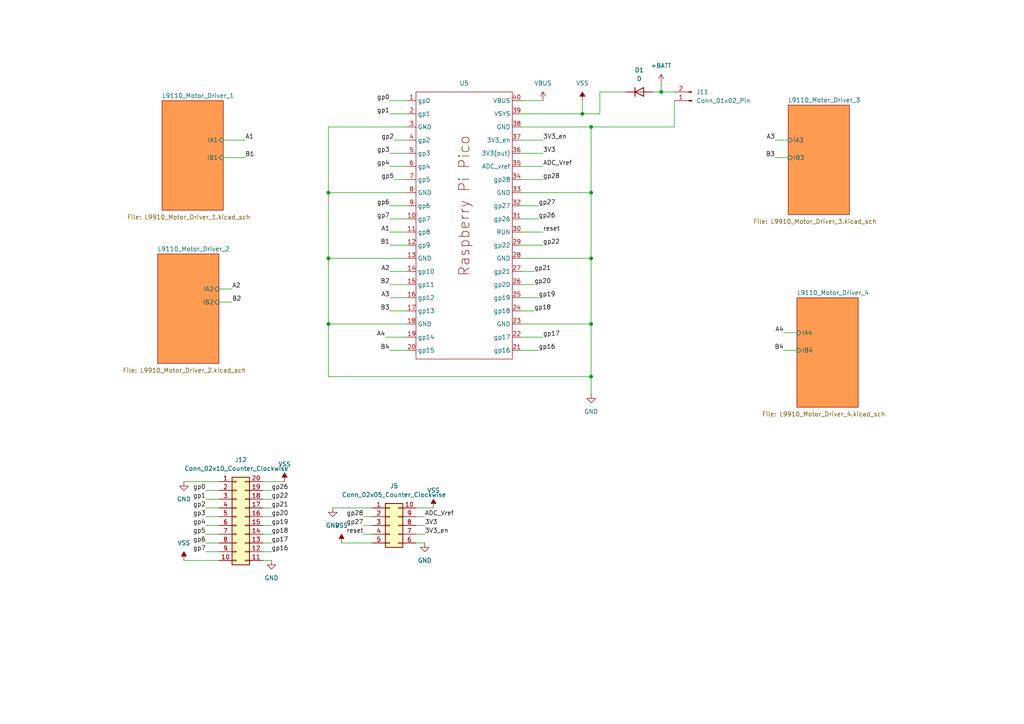
<source format=kicad_sch>
(kicad_sch (version 20230121) (generator eeschema)
  (paper "A4")
  (lib_symbols
    (symbol "CDOG_Symbols:RPI_Pico"
      (property "Reference" "U" (at -11.43 26.67 0))
      (symbol "RPI_Pico_0_1"
        (rectangle (start 13.97 -40.64) (end -13.97 36.83))
      )
      (symbol "RPI_Pico_1_1"
        (text "Raspberry Pi Pico" (at 0 3.81 900) (effects (font (size 3 3))))
        (pin input line (at -16.51 34.29 0) (length 2.54) (name "gp0") (number "1"))
        (pin input line (at -16.51 0 0) (length 2.54) (name "gp7") (number "10"))
        (pin input line (at -16.51 -3.81 0) (length 2.54) (name "gp8") (number "11"))
        (pin input line (at -16.51 -7.62 0) (length 2.54) (name "gp9") (number "12"))
        (pin input line (at -16.51 -11.43 0) (length 2.54) (name "GND") (number "13"))
        (pin input line (at -16.51 -15.24 0) (length 2.54) (name "gp10") (number "14"))
        (pin input line (at -16.51 -19.05 0) (length 2.54) (name "gp11") (number "15"))
        (pin input line (at -16.51 -22.86 0) (length 2.54) (name "gp12") (number "16"))
        (pin input line (at -16.51 -26.67 0) (length 2.54) (name "gp13") (number "17"))
        (pin input line (at -16.51 -30.48 0) (length 2.54) (name "GND") (number "18"))
        (pin input line (at -16.51 -34.29 0) (length 2.54) (name "gp14") (number "19"))
        (pin input line (at -16.51 30.48 0) (length 2.54) (name "gp1") (number "2"))
        (pin input line (at -16.51 -38.1 0) (length 2.54) (name "gp15") (number "20"))
        (pin input line (at 16.51 -38.1 180) (length 2.54) (name "gp16") (number "21"))
        (pin input line (at 16.51 -34.29 180) (length 2.54) (name "gp17") (number "22"))
        (pin input line (at 16.51 -30.48 180) (length 2.54) (name "GND") (number "23"))
        (pin input line (at 16.51 -26.67 180) (length 2.54) (name "gp18") (number "24"))
        (pin input line (at 16.51 -22.86 180) (length 2.54) (name "gp19") (number "25"))
        (pin input line (at 16.51 -19.05 180) (length 2.54) (name "gp20") (number "26"))
        (pin input line (at 16.51 -15.24 180) (length 2.54) (name "gp21") (number "27"))
        (pin input line (at 16.51 -11.43 180) (length 2.54) (name "GND") (number "28"))
        (pin input line (at 16.51 -7.62 180) (length 2.54) (name "gp22") (number "29"))
        (pin input line (at -16.51 26.67 0) (length 2.54) (name "GND") (number "3"))
        (pin input line (at 16.51 -3.81 180) (length 2.54) (name "RUN") (number "30"))
        (pin input line (at 16.51 0 180) (length 2.54) (name "gp26") (number "31"))
        (pin input line (at 16.51 3.81 180) (length 2.54) (name "gp27") (number "32"))
        (pin input line (at 16.51 7.62 180) (length 2.54) (name "GND") (number "33"))
        (pin input line (at 16.51 11.43 180) (length 2.54) (name "gp28") (number "34"))
        (pin input line (at 16.51 15.24 180) (length 2.54) (name "ADC_vref") (number "35"))
        (pin input line (at 16.51 19.05 180) (length 2.54) (name "3V3(out)") (number "36"))
        (pin input line (at 16.51 22.86 180) (length 2.54) (name "3V3_en") (number "37"))
        (pin input line (at 16.51 26.67 180) (length 2.54) (name "GND") (number "38"))
        (pin input line (at 16.51 30.48 180) (length 2.54) (name "VSYS") (number "39"))
        (pin input line (at -16.51 22.86 0) (length 2.54) (name "gp2") (number "4"))
        (pin input line (at 16.51 34.29 180) (length 2.54) (name "VBUS") (number "40"))
        (pin input line (at -16.51 19.05 0) (length 2.54) (name "gp3") (number "5"))
        (pin input line (at -16.51 15.24 0) (length 2.54) (name "gp4") (number "6"))
        (pin input line (at -16.51 11.43 0) (length 2.54) (name "gp5") (number "7"))
        (pin input line (at -16.51 7.62 0) (length 2.54) (name "GND") (number "8"))
        (pin input line (at -16.51 3.81 0) (length 2.54) (name "gp6") (number "9"))
      )
    )
    (symbol "Connector:Conn_01x02_Pin" (pin_names (offset 1.016) hide)
      (property "Reference" "J" (at 0 2.54 0))
      (property "Value" "Conn_01x02_Pin" (at 0 -5.08 0))
      (symbol "Conn_01x02_Pin_1_1"
        (polyline (pts (xy 1.27 -2.54) (xy 0.8636 -2.54)) (stroke (width 0.1524)))
        (polyline (pts (xy 1.27 0) (xy 0.8636 0)) (stroke (width 0.1524)))
        (rectangle (start 0.8636 -2.413) (end 0 -2.667) (stroke (width 0.1524)) (fill (type outline)))
        (rectangle (start 0.8636 0.127) (end 0 -0.127) (stroke (width 0.1524)) (fill (type outline)))
        (pin passive line (at 5.08 0 180) (length 3.81) (name "Pin_1") (number "1"))
        (pin passive line (at 5.08 -2.54 180) (length 3.81) (name "Pin_2") (number "2"))
      )
    )
    (symbol "Connector_Generic:Conn_02x05_Counter_Clockwise" (pin_names (offset 1.016) hide)
      (property "Reference" "J" (at 1.27 7.62 0))
      (property "Value" "Conn_02x05_Counter_Clockwise" (at 1.27 -7.62 0))
      (symbol "Conn_02x05_Counter_Clockwise_1_1"
        (rectangle (start -1.27 -4.953) (end 0 -5.207) (stroke (width 0.1524)))
        (rectangle (start -1.27 -2.413) (end 0 -2.667) (stroke (width 0.1524)))
        (rectangle (start -1.27 0.127) (end 0 -0.127) (stroke (width 0.1524)))
        (rectangle (start -1.27 2.667) (end 0 2.413) (stroke (width 0.1524)))
        (rectangle (start -1.27 5.207) (end 0 4.953) (stroke (width 0.1524)))
        (rectangle (start -1.27 6.35) (end 3.81 -6.35) (stroke (width 0.254)) (fill (type background)))
        (rectangle (start 3.81 -4.953) (end 2.54 -5.207) (stroke (width 0.1524)))
        (rectangle (start 3.81 -2.413) (end 2.54 -2.667) (stroke (width 0.1524)))
        (rectangle (start 3.81 0.127) (end 2.54 -0.127) (stroke (width 0.1524)))
        (rectangle (start 3.81 2.667) (end 2.54 2.413) (stroke (width 0.1524)))
        (rectangle (start 3.81 5.207) (end 2.54 4.953) (stroke (width 0.1524)))
        (pin passive line (at -5.08 5.08 0) (length 3.81) (name "Pin_1") (number "1"))
        (pin passive line (at 7.62 5.08 180) (length 3.81) (name "Pin_10") (number "10"))
        (pin passive line (at -5.08 2.54 0) (length 3.81) (name "Pin_2") (number "2"))
        (pin passive line (at -5.08 0 0) (length 3.81) (name "Pin_3") (number "3"))
        (pin passive line (at -5.08 -2.54 0) (length 3.81) (name "Pin_4") (number "4"))
        (pin passive line (at -5.08 -5.08 0) (length 3.81) (name "Pin_5") (number "5"))
        (pin passive line (at 7.62 -5.08 180) (length 3.81) (name "Pin_6") (number "6"))
        (pin passive line (at 7.62 -2.54 180) (length 3.81) (name "Pin_7") (number "7"))
        (pin passive line (at 7.62 0 180) (length 3.81) (name "Pin_8") (number "8"))
        (pin passive line (at 7.62 2.54 180) (length 3.81) (name "Pin_9") (number "9"))
      )
    )
    (symbol "Connector_Generic:Conn_02x10_Counter_Clockwise" (pin_names (offset 1.016) hide)
      (property "Reference" "J" (at 1.27 12.7 0))
      (property "Value" "Conn_02x10_Counter_Clockwise" (at 1.27 -15.24 0))
      (symbol "Conn_02x10_Counter_Clockwise_1_1"
        (rectangle (start -1.27 -12.573) (end 0 -12.827) (stroke (width 0.1524)))
        (rectangle (start -1.27 -10.033) (end 0 -10.287) (stroke (width 0.1524)))
        (rectangle (start -1.27 -7.493) (end 0 -7.747) (stroke (width 0.1524)))
        (rectangle (start -1.27 -4.953) (end 0 -5.207) (stroke (width 0.1524)))
        (rectangle (start -1.27 -2.413) (end 0 -2.667) (stroke (width 0.1524)))
        (rectangle (start -1.27 0.127) (end 0 -0.127) (stroke (width 0.1524)))
        (rectangle (start -1.27 2.667) (end 0 2.413) (stroke (width 0.1524)))
        (rectangle (start -1.27 5.207) (end 0 4.953) (stroke (width 0.1524)))
        (rectangle (start -1.27 7.747) (end 0 7.493) (stroke (width 0.1524)))
        (rectangle (start -1.27 10.287) (end 0 10.033) (stroke (width 0.1524)))
        (rectangle (start -1.27 11.43) (end 3.81 -13.97) (stroke (width 0.254)) (fill (type background)))
        (rectangle (start 3.81 -12.573) (end 2.54 -12.827) (stroke (width 0.1524)))
        (rectangle (start 3.81 -10.033) (end 2.54 -10.287) (stroke (width 0.1524)))
        (rectangle (start 3.81 -7.493) (end 2.54 -7.747) (stroke (width 0.1524)))
        (rectangle (start 3.81 -4.953) (end 2.54 -5.207) (stroke (width 0.1524)))
        (rectangle (start 3.81 -2.413) (end 2.54 -2.667) (stroke (width 0.1524)))
        (rectangle (start 3.81 0.127) (end 2.54 -0.127) (stroke (width 0.1524)))
        (rectangle (start 3.81 2.667) (end 2.54 2.413) (stroke (width 0.1524)))
        (rectangle (start 3.81 5.207) (end 2.54 4.953) (stroke (width 0.1524)))
        (rectangle (start 3.81 7.747) (end 2.54 7.493) (stroke (width 0.1524)))
        (rectangle (start 3.81 10.287) (end 2.54 10.033) (stroke (width 0.1524)))
        (pin passive line (at -5.08 10.16 0) (length 3.81) (name "Pin_1") (number "1"))
        (pin passive line (at -5.08 -12.7 0) (length 3.81) (name "Pin_10") (number "10"))
        (pin passive line (at 7.62 -12.7 180) (length 3.81) (name "Pin_11") (number "11"))
        (pin passive line (at 7.62 -10.16 180) (length 3.81) (name "Pin_12") (number "12"))
        (pin passive line (at 7.62 -7.62 180) (length 3.81) (name "Pin_13") (number "13"))
        (pin passive line (at 7.62 -5.08 180) (length 3.81) (name "Pin_14") (number "14"))
        (pin passive line (at 7.62 -2.54 180) (length 3.81) (name "Pin_15") (number "15"))
        (pin passive line (at 7.62 0 180) (length 3.81) (name "Pin_16") (number "16"))
        (pin passive line (at 7.62 2.54 180) (length 3.81) (name "Pin_17") (number "17"))
        (pin passive line (at 7.62 5.08 180) (length 3.81) (name "Pin_18") (number "18"))
        (pin passive line (at 7.62 7.62 180) (length 3.81) (name "Pin_19") (number "19"))
        (pin passive line (at -5.08 7.62 0) (length 3.81) (name "Pin_2") (number "2"))
        (pin passive line (at 7.62 10.16 180) (length 3.81) (name "Pin_20") (number "20"))
        (pin passive line (at -5.08 5.08 0) (length 3.81) (name "Pin_3") (number "3"))
        (pin passive line (at -5.08 2.54 0) (length 3.81) (name "Pin_4") (number "4"))
        (pin passive line (at -5.08 0 0) (length 3.81) (name "Pin_5") (number "5"))
        (pin passive line (at -5.08 -2.54 0) (length 3.81) (name "Pin_6") (number "6"))
        (pin passive line (at -5.08 -5.08 0) (length 3.81) (name "Pin_7") (number "7"))
        (pin passive line (at -5.08 -7.62 0) (length 3.81) (name "Pin_8") (number "8"))
        (pin passive line (at -5.08 -10.16 0) (length 3.81) (name "Pin_9") (number "9"))
      )
    )
    (symbol "Device:D" (pin_numbers hide) (pin_names (offset 1.016) hide)
      (property "Reference" "D" (at 0 2.54 0))
      (property "Value" "D" (at 0 -2.54 0))
      (symbol "D_0_1"
        (polyline (pts (xy -1.27 1.27) (xy -1.27 -1.27)) (stroke (width 0.254)))
        (polyline (pts (xy 1.27 0) (xy -1.27 0)))
        (polyline (pts (xy 1.27 1.27) (xy 1.27 -1.27) (xy -1.27 0) (xy 1.27 1.27)) (stroke (width 0.254)))
      )
      (symbol "D_1_1"
        (pin passive line (at -3.81 0 0) (length 2.54) (name "K") (number "1"))
        (pin passive line (at 3.81 0 180) (length 2.54) (name "A") (number "2"))
      )
    )
    (symbol "power:+BATT" (power) (pin_names (offset 0))
      (property "Value" "+BATT" (at 0 3.556 0))
      (symbol "+BATT_0_1"
        (polyline (pts (xy -0.762 1.27) (xy 0 2.54)))
        (polyline (pts (xy 0 0) (xy 0 2.54)))
        (polyline (pts (xy 0 2.54) (xy 0.762 1.27)))
      )
      (symbol "+BATT_1_1"
        (pin power_in line (at 0 0 90) (length 0) hide (name "+BATT") (number "1"))
      )
    )
    (symbol "power:GND" (power) (pin_names (offset 0))
      (property "Value" "GND" (at 0 -3.81 0))
      (symbol "GND_0_1"
        (polyline (pts (xy 0 0) (xy 0 -1.27) (xy 1.27 -1.27) (xy 0 -2.54) (xy -1.27 -1.27) (xy 0 -1.27)))
      )
      (symbol "GND_1_1"
        (pin power_in line (at 0 0 270) (length 0) hide (name "GND") (number "1"))
      )
    )
    (symbol "power:VBUS" (power) (pin_names (offset 0))
      (property "Value" "VBUS" (at 0 3.81 0))
      (symbol "VBUS_0_1"
        (polyline (pts (xy -0.762 1.27) (xy 0 2.54)))
        (polyline (pts (xy 0 0) (xy 0 2.54)))
        (polyline (pts (xy 0 2.54) (xy 0.762 1.27)))
      )
      (symbol "VBUS_1_1"
        (pin power_in line (at 0 0 90) (length 0) hide (name "VBUS") (number "1"))
      )
    )
    (symbol "power:VSS" (power) (pin_names (offset 0))
      (property "Value" "VSS" (at 0 3.81 0))
      (symbol "VSS_0_1"
        (polyline (pts (xy 0 0) (xy 0 2.54)))
        (polyline (pts (xy 0.762 1.27) (xy -0.762 1.27) (xy 0 2.54) (xy 0.762 1.27)) (fill (type outline)))
      )
      (symbol "VSS_1_1"
        (pin power_in line (at 0 0 90) (length 0) hide (name "VSS") (number "1"))
      )
    )
  )
  (junction (at 191.77 26.67))
  (junction (at 171.45 36.83))
  (junction (at 171.45 93.98))
  (junction (at 95.25 74.93))
  (junction (at 95.25 55.88))
  (junction (at 168.91 33.02))
  (junction (at 171.45 74.93))
  (junction (at 95.25 93.98))
  (junction (at 171.45 55.88))
  (junction (at 171.45 109.22))
  (wire (pts (xy 151.13 63.5) (xy 156.21 63.5)))
  (wire (pts (xy 191.77 24.13) (xy 191.77 26.67)))
  (wire (pts (xy 151.13 29.21) (xy 157.48 29.21)))
  (wire (pts (xy 181.61 26.67) (xy 173.99 26.67)))
  (wire (pts (xy 99.06 157.48) (xy 107.95 157.48)))
  (wire (pts (xy 113.03 71.12) (xy 118.11 71.12)))
  (wire (pts (xy 151.13 48.26) (xy 157.48 48.26)))
  (wire (pts (xy 113.03 63.5) (xy 118.11 63.5)))
  (wire (pts (xy 59.69 154.94) (xy 63.5 154.94)))
  (wire (pts (xy 227.33 101.6) (xy 231.14 101.6)))
  (wire (pts (xy 76.2 144.78) (xy 78.74 144.78)))
  (wire (pts (xy 113.03 44.45) (xy 118.11 44.45)))
  (wire (pts (xy 189.23 26.67) (xy 191.77 26.67)))
  (wire (pts (xy 76.2 142.24) (xy 78.74 142.24)))
  (wire (pts (xy 113.03 29.21) (xy 118.11 29.21)))
  (wire (pts (xy 224.79 45.72) (xy 228.6 45.72)))
  (wire (pts (xy 151.13 97.79) (xy 157.48 97.79)))
  (wire (pts (xy 111.76 97.79) (xy 118.11 97.79)))
  (wire (pts (xy 171.45 74.93) (xy 171.45 93.98)))
  (wire (pts (xy 95.25 36.83) (xy 95.25 55.88)))
  (wire (pts (xy 113.03 90.17) (xy 118.11 90.17)))
  (wire (pts (xy 113.03 48.26) (xy 118.11 48.26)))
  (wire (pts (xy 151.13 55.88) (xy 171.45 55.88)))
  (wire (pts (xy 59.69 147.32) (xy 63.5 147.32)))
  (wire (pts (xy 105.41 149.86) (xy 107.95 149.86)))
  (wire (pts (xy 113.03 82.55) (xy 118.11 82.55)))
  (wire (pts (xy 120.65 157.48) (xy 123.19 157.48)))
  (wire (pts (xy 151.13 101.6) (xy 156.21 101.6)))
  (wire (pts (xy 76.2 149.86) (xy 78.74 149.86)))
  (wire (pts (xy 171.45 55.88) (xy 171.45 74.93)))
  (wire (pts (xy 120.65 149.86) (xy 123.19 149.86)))
  (wire (pts (xy 151.13 86.36) (xy 156.21 86.36)))
  (wire (pts (xy 59.69 142.24) (xy 63.5 142.24)))
  (wire (pts (xy 76.2 157.48) (xy 78.74 157.48)))
  (wire (pts (xy 113.03 67.31) (xy 118.11 67.31)))
  (wire (pts (xy 113.03 59.69) (xy 118.11 59.69)))
  (wire (pts (xy 195.58 36.83) (xy 171.45 36.83)))
  (wire (pts (xy 120.65 154.94) (xy 123.19 154.94)))
  (wire (pts (xy 151.13 59.69) (xy 156.21 59.69)))
  (wire (pts (xy 118.11 55.88) (xy 95.25 55.88)))
  (wire (pts (xy 64.77 40.64) (xy 71.12 40.64)))
  (wire (pts (xy 76.2 147.32) (xy 78.74 147.32)))
  (wire (pts (xy 95.25 109.22) (xy 171.45 109.22)))
  (wire (pts (xy 171.45 36.83) (xy 171.45 55.88)))
  (wire (pts (xy 63.5 87.63) (xy 67.31 87.63)))
  (wire (pts (xy 113.03 86.36) (xy 118.11 86.36)))
  (wire (pts (xy 151.13 71.12) (xy 157.48 71.12)))
  (wire (pts (xy 151.13 40.64) (xy 157.48 40.64)))
  (wire (pts (xy 151.13 93.98) (xy 171.45 93.98)))
  (wire (pts (xy 171.45 36.83) (xy 151.13 36.83)))
  (wire (pts (xy 76.2 162.56) (xy 78.74 162.56)))
  (wire (pts (xy 76.2 154.94) (xy 78.74 154.94)))
  (wire (pts (xy 151.13 52.07) (xy 157.48 52.07)))
  (wire (pts (xy 114.3 52.07) (xy 118.11 52.07)))
  (wire (pts (xy 76.2 152.4) (xy 78.74 152.4)))
  (wire (pts (xy 151.13 90.17) (xy 154.94 90.17)))
  (wire (pts (xy 96.52 147.32) (xy 107.95 147.32)))
  (wire (pts (xy 171.45 93.98) (xy 171.45 109.22)))
  (wire (pts (xy 118.11 74.93) (xy 95.25 74.93)))
  (wire (pts (xy 113.03 101.6) (xy 118.11 101.6)))
  (wire (pts (xy 113.03 33.02) (xy 118.11 33.02)))
  (wire (pts (xy 113.03 78.74) (xy 118.11 78.74)))
  (wire (pts (xy 59.69 152.4) (xy 63.5 152.4)))
  (wire (pts (xy 195.58 29.21) (xy 195.58 36.83)))
  (wire (pts (xy 151.13 44.45) (xy 157.48 44.45)))
  (wire (pts (xy 64.77 45.72) (xy 71.12 45.72)))
  (wire (pts (xy 95.25 93.98) (xy 95.25 109.22)))
  (wire (pts (xy 105.41 152.4) (xy 107.95 152.4)))
  (wire (pts (xy 118.11 36.83) (xy 95.25 36.83)))
  (wire (pts (xy 76.2 160.02) (xy 78.74 160.02)))
  (wire (pts (xy 105.41 154.94) (xy 107.95 154.94)))
  (wire (pts (xy 171.45 109.22) (xy 171.45 114.3)))
  (wire (pts (xy 173.99 26.67) (xy 173.99 33.02)))
  (wire (pts (xy 53.34 139.7) (xy 63.5 139.7)))
  (wire (pts (xy 151.13 74.93) (xy 171.45 74.93)))
  (wire (pts (xy 227.33 96.52) (xy 231.14 96.52)))
  (wire (pts (xy 168.91 29.21) (xy 168.91 33.02)))
  (wire (pts (xy 63.5 83.82) (xy 67.31 83.82)))
  (wire (pts (xy 59.69 157.48) (xy 63.5 157.48)))
  (wire (pts (xy 151.13 78.74) (xy 154.94 78.74)))
  (wire (pts (xy 95.25 55.88) (xy 95.25 74.93)))
  (wire (pts (xy 118.11 93.98) (xy 95.25 93.98)))
  (wire (pts (xy 95.25 74.93) (xy 95.25 93.98)))
  (wire (pts (xy 59.69 160.02) (xy 63.5 160.02)))
  (wire (pts (xy 151.13 67.31) (xy 157.48 67.31)))
  (wire (pts (xy 59.69 149.86) (xy 63.5 149.86)))
  (wire (pts (xy 120.65 147.32) (xy 125.73 147.32)))
  (wire (pts (xy 151.13 33.02) (xy 168.91 33.02)))
  (wire (pts (xy 224.79 40.64) (xy 228.6 40.64)))
  (wire (pts (xy 114.3 40.64) (xy 118.11 40.64)))
  (wire (pts (xy 76.2 139.7) (xy 82.55 139.7)))
  (wire (pts (xy 168.91 33.02) (xy 173.99 33.02)))
  (wire (pts (xy 120.65 152.4) (xy 123.19 152.4)))
  (wire (pts (xy 151.13 82.55) (xy 154.94 82.55)))
  (wire (pts (xy 53.34 162.56) (xy 63.5 162.56)))
  (wire (pts (xy 191.77 26.67) (xy 195.58 26.67)))
  (wire (pts (xy 59.69 144.78) (xy 63.5 144.78)))
  (label "gp4" (at 59.69 152.4 180))
  (label "gp1" (at 113.03 33.02 180))
  (label "gp28" (at 105.41 149.86 180))
  (label "B1" (at 71.12 45.72 0))
  (label "gp2" (at 59.69 147.32 180))
  (label "gp0" (at 113.03 29.21 180))
  (label "gp5" (at 59.69 154.94 180))
  (label "gp20" (at 154.94 82.55 0))
  (label "gp3" (at 59.69 149.86 180))
  (label "gp17" (at 78.74 157.48 0))
  (label "A4" (at 227.33 96.52 180))
  (label "gp0" (at 59.69 142.24 180))
  (label "gp7" (at 59.69 160.02 180))
  (label "gp7" (at 113.03 63.5 180))
  (label "A3" (at 113.03 86.36 180))
  (label "gp26" (at 78.74 142.24 0))
  (label "gp19" (at 78.74 152.4 0))
  (label "ADC_Vref" (at 157.48 48.26 0))
  (label "A2" (at 67.31 83.82 0))
  (label "gp3" (at 113.03 44.45 180))
  (label "A1" (at 113.03 67.31 180))
  (label "gp18" (at 78.74 154.94 0))
  (label "gp2" (at 114.3 40.64 180))
  (label "gp18" (at 154.94 90.17 0))
  (label "gp16" (at 78.74 160.02 0))
  (label "gp28" (at 157.48 52.07 0))
  (label "A3" (at 224.79 40.64 180))
  (label "B3" (at 113.03 90.17 180))
  (label "3V3" (at 123.19 152.4 0))
  (label "gp19" (at 156.21 86.36 0))
  (label "gp21" (at 154.94 78.74 0))
  (label "B2" (at 67.31 87.63 0))
  (label "A2" (at 113.03 78.74 180))
  (label "gp22" (at 78.74 144.78 0))
  (label "3V3_en" (at 123.19 154.94 0))
  (label "gp4" (at 113.03 48.26 180))
  (label "B1" (at 113.03 71.12 180))
  (label "ADC_Vref" (at 123.19 149.86 0))
  (label "3V3" (at 157.48 44.45 0))
  (label "A1" (at 71.12 40.64 0))
  (label "gp1" (at 59.69 144.78 180))
  (label "B4" (at 227.33 101.6 180))
  (label "3V3_en" (at 157.48 40.64 0))
  (label "gp22" (at 157.48 71.12 0))
  (label "gp6" (at 59.69 157.48 180))
  (label "gp21" (at 78.74 147.32 0))
  (label "B2" (at 113.03 82.55 180))
  (label "reset" (at 157.48 67.31 0))
  (label "gp20" (at 78.74 149.86 0))
  (label "gp16" (at 156.21 101.6 0))
  (label "gp5" (at 114.3 52.07 180))
  (label "gp17" (at 157.48 97.79 0))
  (label "gp27" (at 156.21 59.69 0))
  (label "gp26" (at 156.21 63.5 0))
  (label "B4" (at 113.03 101.6 180))
  (label "B3" (at 224.79 45.72 180))
  (label "A4" (at 111.76 97.79 180))
  (label "gp6" (at 113.03 59.69 180))
  (label "reset" (at 105.41 154.94 180))
  (label "gp27" (at 105.41 152.4 180))
  (symbol (lib_id "Connector_Generic:Conn_02x10_Counter_Clockwise") (at 68.58 149.86 0) (unit 1)
    (property "Reference" "J12" (at 69.85 133.35 0))
    (property "Value" "Conn_02x10_Counter_Clockwise" (at 68.58 135.89 0))
    (property "Footprint" "CDOG:stoRPer_breakout" (effects hide))
  )
  (symbol (lib_id "power:VSS") (at 99.06 157.48 0) (unit 1)
    (property "Reference" "#PWR017" (effects hide))
    (property "Value" "VSS" (at 99.06 152.4 0))
  )
  (symbol (lib_id "power:VSS") (at 82.55 139.7 0) (unit 1)
    (property "Reference" "#PWR021" (effects hide))
    (property "Value" "VSS" (at 82.55 134.62 0))
  )
  (symbol (lib_id "power:VSS") (at 125.73 147.32 0) (unit 1)
    (property "Reference" "#PWR024" (effects hide))
    (property "Value" "VSS" (at 125.73 142.24 0))
  )
  (symbol (lib_id "CDOG_Symbols:RPI_Pico") (at 134.62 63.5 0) (unit 1)
    (property "Reference" "U5" (at 134.62 24.13 0))
    (property "Value" "~" (at 123.19 36.83 0))
    (property "Footprint" "CDOG:RP_Pico" (effects hide))
  )
  (symbol (lib_id "power:GND") (at 78.74 162.56 0) (unit 1)
    (property "Reference" "#PWR023" (effects hide))
    (property "Value" "GND" (at 78.74 167.64 0))
  )
  (symbol (lib_id "Device:D") (at 185.42 26.67 0) (unit 1)
    (property "Reference" "D1" (at 185.42 20.32 0))
    (property "Value" "D" (at 185.42 22.86 0))
    (property "Footprint" "CDOG:Diode_Schottky_SMB(DO-214AA)" (effects hide))
    (property "Sim.Device" "D" (effects hide))
    (property "Sim.Pins" "1=K 2=A" (effects hide))
    (property "LCSC" "C110480" (effects hide))
  )
  (symbol (lib_id "power:GND") (at 96.52 147.32 0) (unit 1)
    (property "Reference" "#PWR016" (effects hide))
    (property "Value" "GND" (at 96.52 152.4 0))
  )
  (symbol (lib_id "power:+BATT") (at 191.77 24.13 0) (unit 1)
    (property "Reference" "#PWR019" (effects hide))
    (property "Value" "+BATT" (at 191.77 19.05 0))
  )
  (symbol (lib_id "power:VBUS") (at 157.48 29.21 0) (unit 1)
    (property "Reference" "#PWR09" (effects hide))
    (property "Value" "VBUS" (at 157.48 24.13 0))
  )
  (symbol (lib_id "power:GND") (at 53.34 139.7 0) (unit 1)
    (property "Reference" "#PWR022" (effects hide))
    (property "Value" "GND" (at 53.34 144.78 0))
  )
  (symbol (lib_id "power:GND") (at 171.45 114.3 0) (unit 1)
    (property "Reference" "#PWR010" (effects hide))
    (property "Value" "GND" (at 171.45 119.38 0))
  )
  (symbol (lib_id "power:VSS") (at 168.91 29.21 0) (unit 1)
    (property "Reference" "#PWR018" (effects hide))
    (property "Value" "VSS" (at 168.91 24.13 0))
  )
  (symbol (lib_id "Connector:Conn_01x02_Pin") (at 200.66 29.21 180) (unit 1)
    (property "Reference" "J11" (at 201.93 26.67 0) (effects (justify right)))
    (property "Value" "Conn_01x02_Pin" (at 201.93 29.21 0) (effects (justify right)))
    (property "Footprint" "Connector_PinHeader_2.54mm:PinHeader_1x02_P2.54mm_Vertical" (effects hide))
  )
  (symbol (lib_id "power:GND") (at 123.19 157.48 0) (unit 1)
    (property "Reference" "#PWR015" (effects hide))
    (property "Value" "GND" (at 123.19 162.56 0))
  )
  (symbol (lib_id "Connector_Generic:Conn_02x05_Counter_Clockwise") (at 113.03 152.4 0) (unit 1)
    (property "Reference" "J5" (at 114.3 140.97 0))
    (property "Value" "Conn_02x05_Counter_Clockwise" (at 114.3 143.51 0))
    (property "Footprint" "CDOG:StoRPer_small_breakout" (effects hide))
  )
  (symbol (lib_id "power:VSS") (at 53.34 162.56 0) (unit 1)
    (property "Reference" "#PWR020" (effects hide))
    (property "Value" "VSS" (at 53.34 157.48 0))
  )
  (sheet (at 46.99 29.21) (size 17.78 31.75) (stroke (width 0.1524)) (fill (color 255 109 0 0.6800))
    (property "Sheetname" "L9110_Motor_Driver_1" (at 46.99 28.4984 0) (effects (justify left bottom)))
    (property "Sheetfile" "L9910_Motor_Driver_1.kicad_sch" (at 36.83 62.23 0) (effects (justify left top)))
    (pin "IA1" input (at 64.77 40.64 0))
    (pin "IB1" input (at 64.77 45.72 0))
  )
  (sheet (at 45.72 73.66) (size 17.78 31.75) (stroke (width 0.1524)) (fill (color 255 109 0 0.6800))
    (property "Sheetname" "L9110_Motor_Driver_2" (at 45.72 72.9484 0) (effects (justify left bottom)))
    (property "Sheetfile" "L9910_Motor_Driver_2.kicad_sch" (at 35.56 106.68 0) (effects (justify left top)))
    (pin "IB2" input (at 63.5 87.63 0))
    (pin "IA2" input (at 63.5 83.82 0))
  )
  (sheet (at 231.14 86.36) (size 17.78 31.75) (stroke (width 0.1524)) (fill (color 255 109 0 0.6800))
    (property "Sheetname" "L9110_Motor_Driver_4" (at 231.14 85.6484 0) (effects (justify left bottom)))
    (property "Sheetfile" "L9910_Motor_Driver_4.kicad_sch" (at 220.98 119.38 0) (effects (justify left top)))
    (pin "IB4" input (at 231.14 101.6 180))
    (pin "IA4" input (at 231.14 96.52 180))
  )
  (sheet (at 228.6 30.48) (size 17.78 31.75) (stroke (width 0.1524)) (fill (color 255 109 0 0.6800))
    (property "Sheetname" "L9110_Motor_Driver_3" (at 228.6 29.7684 0) (effects (justify left bottom)))
    (property "Sheetfile" "L9910_Motor_Driver_3.kicad_sch" (at 218.44 63.5 0) (effects (justify left top)))
    (pin "IB3" input (at 228.6 45.72 180))
    (pin "IA3" input (at 228.6 40.64 180))
  )
)
</source>
